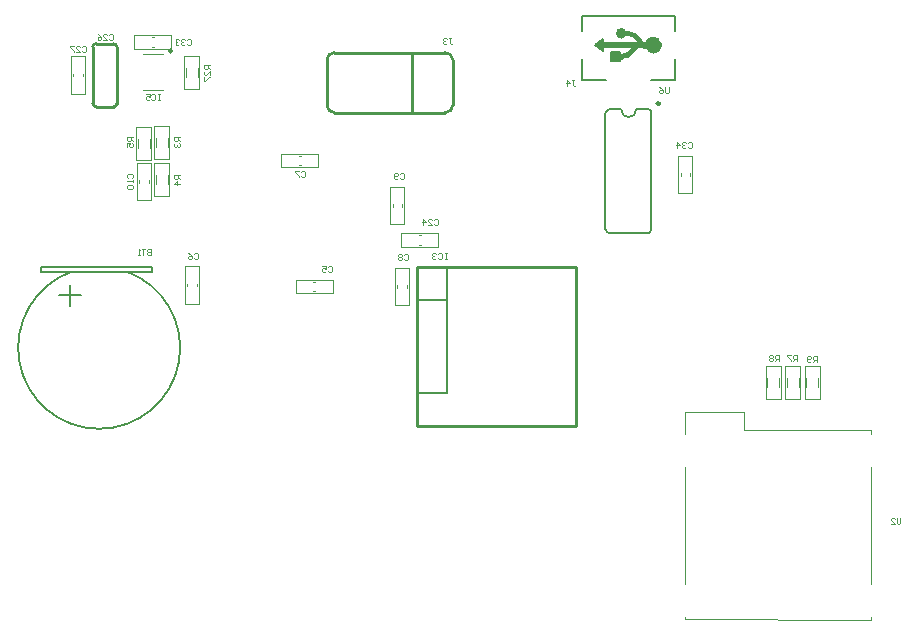
<source format=gbo>
G04*
G04 #@! TF.GenerationSoftware,Altium Limited,Altium Designer,18.1.6 (161)*
G04*
G04 Layer_Color=32896*
%FSLAX25Y25*%
%MOIN*%
G70*
G01*
G75*
%ADD10C,0.01000*%
%ADD11C,0.00984*%
%ADD13C,0.00700*%
%ADD15C,0.00787*%
%ADD19C,0.00500*%
%ADD20C,0.00400*%
%ADD21C,0.00394*%
%ADD96C,0.02000*%
%ADD124C,0.01500*%
%ADD132C,0.03500*%
%ADD133C,0.00800*%
%ADD134C,0.00600*%
G36*
X863931Y465516D02*
X866687Y463547D01*
Y467484D01*
X863931Y465516D01*
D02*
G37*
G36*
X869246Y460102D02*
X872199D01*
X872199Y463055D01*
X869246D01*
Y460102D01*
D02*
G37*
D10*
X703500Y445000D02*
G03*
X704500Y446000I0J1000D01*
G01*
X696500D02*
G03*
X697500Y445000I1000J0D01*
G01*
Y466000D02*
G03*
X696500Y465000I0J-1000D01*
G01*
X704500D02*
G03*
X703500Y466000I-1000J0D01*
G01*
X774500Y445500D02*
G03*
X777000Y443000I2500J0D01*
G01*
Y463000D02*
G03*
X774500Y460500I0J-2500D01*
G01*
X814000Y443000D02*
G03*
X816500Y445500I0J2500D01*
G01*
Y460500D02*
G03*
X814000Y463000I-2500J0D01*
G01*
X885514Y446000D02*
G03*
X885514Y446000I-500J0D01*
G01*
X697500Y445000D02*
X703500D01*
X704500Y446000D02*
Y465000D01*
X696500Y446000D02*
Y465000D01*
X697500Y466000D02*
X703500D01*
X803000Y443000D02*
Y463000D01*
X777000Y443000D02*
X814000D01*
X774500Y445500D02*
Y460500D01*
X777000Y463000D02*
X814000D01*
X816500Y445500D02*
Y460500D01*
X857452Y338531D02*
Y391484D01*
X804500Y338531D02*
Y391484D01*
Y338531D02*
X857452D01*
X804500Y391484D02*
X857452D01*
X804500Y338531D02*
Y349515D01*
D11*
X722898Y463563D02*
G03*
X722898Y463563I-492J0D01*
G01*
D13*
X689365Y389972D02*
G03*
X707834Y389972I9234J-25372D01*
G01*
X685200Y382200D02*
X692600D01*
X689000Y378500D02*
Y385600D01*
X679300Y390000D02*
Y391500D01*
X716300D01*
Y390000D02*
Y391500D01*
X679300Y390000D02*
X716300D01*
D15*
X804500Y349515D02*
X814500D01*
Y391484D01*
X804500Y349515D02*
Y391484D01*
X814500D01*
X804500Y380500D02*
X814500D01*
D19*
X863931Y465516D02*
X866687Y463547D01*
X863931Y465516D02*
X866687Y467484D01*
Y463547D02*
Y467484D01*
X869246Y463055D02*
X872199D01*
X872199Y460102D02*
X872199Y463055D01*
X869246Y460102D02*
X872199D01*
X869246D02*
Y463055D01*
D20*
X722700Y464200D02*
Y468800D01*
X710300Y464200D02*
X722700D01*
X710300D02*
Y468800D01*
X722700D01*
X716100Y468100D02*
X716900D01*
X716100Y464900D02*
X716900D01*
X689200Y461700D02*
X693800D01*
Y449300D02*
Y461700D01*
X689200Y449300D02*
X693800D01*
X689200D02*
Y461700D01*
X689900Y455100D02*
Y455900D01*
X693100Y455100D02*
Y455900D01*
X711200Y413800D02*
X715800D01*
X711200D02*
Y426200D01*
X715800D01*
Y413800D02*
Y426200D01*
X715100Y419600D02*
Y420400D01*
X711900Y419600D02*
Y420400D01*
X759300Y424700D02*
Y429300D01*
X771700D01*
Y424700D02*
Y429300D01*
X759300Y424700D02*
X771700D01*
X765100Y425400D02*
X765900D01*
X765100Y428600D02*
X765900D01*
X805100Y402100D02*
X805900D01*
X805100Y398900D02*
X805900D01*
X799300Y398200D02*
X811700D01*
Y402800D01*
X799300D02*
X811700D01*
X799300Y398200D02*
Y402800D01*
X797900Y384600D02*
Y385400D01*
X801100Y384600D02*
Y385400D01*
X801800Y378800D02*
Y391200D01*
X797200D02*
X801800D01*
X797200Y378800D02*
Y391200D01*
Y378800D02*
X801800D01*
X731101Y385100D02*
Y385900D01*
X727901Y385100D02*
Y385900D01*
X727201Y379300D02*
Y391700D01*
Y379300D02*
X731801D01*
Y391700D01*
X727201D02*
X731801D01*
X796400Y411600D02*
Y412400D01*
X799600Y411600D02*
Y412400D01*
X800300Y405800D02*
Y418200D01*
X795700D02*
X800300D01*
X795700Y405800D02*
Y418200D01*
Y405800D02*
X800300D01*
X769900Y386600D02*
X770700D01*
X769900Y383400D02*
X770700D01*
X764100Y382700D02*
X776500D01*
Y387300D01*
X764100D02*
X776500D01*
X764100Y382700D02*
Y387300D01*
X892400Y421900D02*
Y422700D01*
X895600Y421900D02*
Y422700D01*
X896300Y416100D02*
Y428500D01*
X891700D02*
X896300D01*
X891700Y416100D02*
Y428500D01*
Y416100D02*
X896300D01*
D21*
X713055Y450473D02*
X719945D01*
X713055Y462481D02*
X719945D01*
X727000Y450851D02*
X731999D01*
X727000D02*
Y459851D01*
Y461851D01*
X731999D01*
Y450851D02*
Y461851D01*
X727499Y454851D02*
Y457851D01*
X731499Y454851D02*
Y457851D01*
X717000Y438500D02*
X722000D01*
Y429500D02*
Y438500D01*
Y427500D02*
Y429500D01*
X717000Y427500D02*
X722000D01*
X717000D02*
Y438500D01*
X721500Y431500D02*
Y434500D01*
X717500Y431500D02*
Y434500D01*
X711000Y427351D02*
X716000D01*
X711000D02*
Y436350D01*
Y438350D01*
X716000D01*
Y427351D02*
Y438350D01*
X711500Y431351D02*
Y434350D01*
X715500Y431351D02*
Y434350D01*
X717000Y415203D02*
X722000D01*
X717000D02*
Y424203D01*
Y426203D01*
X722000D01*
Y415203D02*
Y426203D01*
X717500Y419203D02*
Y422203D01*
X721500Y419203D02*
Y422203D01*
X920756Y347500D02*
X925756D01*
X920756D02*
Y356500D01*
Y358500D01*
X925756D01*
Y347500D02*
Y358500D01*
X921256Y351500D02*
Y354500D01*
X925256Y351500D02*
Y354500D01*
X927256Y347500D02*
X932256D01*
X927256D02*
Y356500D01*
Y358500D01*
X932256D01*
Y347500D02*
Y358500D01*
X927756Y351500D02*
Y354500D01*
X931756Y351500D02*
Y354500D01*
X933756Y347500D02*
X938756D01*
X933756D02*
Y356500D01*
Y358500D01*
X938756D01*
Y347500D02*
Y358500D01*
X934256Y351500D02*
Y354500D01*
X938256Y351500D02*
Y354500D01*
X955996Y335984D02*
Y337165D01*
X913476D02*
X955996D01*
X913476D02*
Y343071D01*
X893791D02*
X913476D01*
X893791Y335984D02*
Y343071D01*
Y285984D02*
Y324961D01*
Y274173D02*
Y274961D01*
Y274173D02*
X955996Y273780D01*
Y274961D01*
Y285984D02*
Y324961D01*
X815288Y467868D02*
X815944D01*
X815616D01*
Y466228D01*
X815944Y465900D01*
X816272D01*
X816600Y466228D01*
X814632Y467540D02*
X814304Y467868D01*
X813648D01*
X813320Y467540D01*
Y467212D01*
X813648Y466884D01*
X813976D01*
X813648D01*
X813320Y466556D01*
Y466228D01*
X813648Y465900D01*
X814304D01*
X814632Y466228D01*
X888400Y451368D02*
Y449728D01*
X888072Y449400D01*
X887416D01*
X887088Y449728D01*
Y451368D01*
X885120D02*
X885776Y451040D01*
X886432Y450384D01*
Y449728D01*
X886104Y449400D01*
X885448D01*
X885120Y449728D01*
Y450056D01*
X885448Y450384D01*
X886432D01*
X965700Y307968D02*
Y306328D01*
X965372Y306000D01*
X964716D01*
X964388Y306328D01*
Y307968D01*
X962420Y306000D02*
X963732D01*
X962420Y307312D01*
Y307640D01*
X962748Y307968D01*
X963404D01*
X963732Y307640D01*
X735400Y458800D02*
X733432D01*
Y457816D01*
X733760Y457488D01*
X734416D01*
X734744Y457816D01*
Y458800D01*
Y458144D02*
X735400Y457488D01*
Y455520D02*
Y456832D01*
X734088Y455520D01*
X733760D01*
X733432Y455848D01*
Y456504D01*
X733760Y456832D01*
X733432Y454864D02*
Y453552D01*
X733760D01*
X735072Y454864D01*
X735400D01*
X937800Y360000D02*
Y361968D01*
X936816D01*
X936488Y361640D01*
Y360984D01*
X936816Y360656D01*
X937800D01*
X937144D02*
X936488Y360000D01*
X935832Y360328D02*
X935504Y360000D01*
X934848D01*
X934520Y360328D01*
Y361640D01*
X934848Y361968D01*
X935504D01*
X935832Y361640D01*
Y361312D01*
X935504Y360984D01*
X934520D01*
X925100Y360100D02*
Y362068D01*
X924116D01*
X923788Y361740D01*
Y361084D01*
X924116Y360756D01*
X925100D01*
X924444D02*
X923788Y360100D01*
X923132Y361740D02*
X922804Y362068D01*
X922148D01*
X921820Y361740D01*
Y361412D01*
X922148Y361084D01*
X921820Y360756D01*
Y360428D01*
X922148Y360100D01*
X922804D01*
X923132Y360428D01*
Y360756D01*
X922804Y361084D01*
X923132Y361412D01*
Y361740D01*
X922804Y361084D02*
X922148D01*
X931300Y360100D02*
Y362068D01*
X930316D01*
X929988Y361740D01*
Y361084D01*
X930316Y360756D01*
X931300D01*
X930644D02*
X929988Y360100D01*
X929332Y362068D02*
X928020D01*
Y361740D01*
X929332Y360428D01*
Y360100D01*
X709800Y434900D02*
X707832D01*
Y433916D01*
X708160Y433588D01*
X708816D01*
X709144Y433916D01*
Y434900D01*
Y434244D02*
X709800Y433588D01*
X707832Y431620D02*
Y432932D01*
X708816D01*
X708488Y432276D01*
Y431948D01*
X708816Y431620D01*
X709472D01*
X709800Y431948D01*
Y432604D01*
X709472Y432932D01*
X725500Y422203D02*
X723532D01*
Y421219D01*
X723860Y420891D01*
X724516D01*
X724844Y421219D01*
Y422203D01*
Y421547D02*
X725500Y420891D01*
Y419251D02*
X723532D01*
X724516Y420235D01*
Y418923D01*
X725400Y434800D02*
X723432D01*
Y433816D01*
X723760Y433488D01*
X724416D01*
X724744Y433816D01*
Y434800D01*
Y434144D02*
X725400Y433488D01*
X723760Y432832D02*
X723432Y432504D01*
Y431848D01*
X723760Y431520D01*
X724088D01*
X724416Y431848D01*
Y432176D01*
Y431848D01*
X724744Y431520D01*
X725072D01*
X725400Y431848D01*
Y432504D01*
X725072Y432832D01*
X856188Y453968D02*
X856844D01*
X856516D01*
Y452328D01*
X856844Y452000D01*
X857172D01*
X857500Y452328D01*
X854548Y452000D02*
Y453968D01*
X855532Y452984D01*
X854220D01*
X719000Y449168D02*
X718344D01*
X718672D01*
Y447200D01*
X719000D01*
X718344D01*
X716048Y448840D02*
X716376Y449168D01*
X717032D01*
X717360Y448840D01*
Y447528D01*
X717032Y447200D01*
X716376D01*
X716048Y447528D01*
X714080Y449168D02*
X715392D01*
Y448184D01*
X714736Y448512D01*
X714408D01*
X714080Y448184D01*
Y447528D01*
X714408Y447200D01*
X715064D01*
X715392Y447528D01*
X814500Y396268D02*
X813844D01*
X814172D01*
Y394300D01*
X814500D01*
X813844D01*
X811548Y395940D02*
X811876Y396268D01*
X812532D01*
X812860Y395940D01*
Y394628D01*
X812532Y394300D01*
X811876D01*
X811548Y394628D01*
X810892Y395940D02*
X810564Y396268D01*
X809908D01*
X809580Y395940D01*
Y395612D01*
X809908Y395284D01*
X810236D01*
X809908D01*
X809580Y394956D01*
Y394628D01*
X809908Y394300D01*
X810564D01*
X810892Y394628D01*
X894788Y432740D02*
X895116Y433068D01*
X895772D01*
X896100Y432740D01*
Y431428D01*
X895772Y431100D01*
X895116D01*
X894788Y431428D01*
X894132Y432740D02*
X893804Y433068D01*
X893148D01*
X892820Y432740D01*
Y432412D01*
X893148Y432084D01*
X893476D01*
X893148D01*
X892820Y431756D01*
Y431428D01*
X893148Y431100D01*
X893804D01*
X894132Y431428D01*
X891180Y431100D02*
Y433068D01*
X892164Y432084D01*
X890852D01*
X727988Y467240D02*
X728316Y467568D01*
X728972D01*
X729300Y467240D01*
Y465928D01*
X728972Y465600D01*
X728316D01*
X727988Y465928D01*
X727332Y467240D02*
X727004Y467568D01*
X726348D01*
X726020Y467240D01*
Y466912D01*
X726348Y466584D01*
X726676D01*
X726348D01*
X726020Y466256D01*
Y465928D01*
X726348Y465600D01*
X727004D01*
X727332Y465928D01*
X725364Y467240D02*
X725036Y467568D01*
X724380D01*
X724052Y467240D01*
Y466912D01*
X724380Y466584D01*
X724708D01*
X724380D01*
X724052Y466256D01*
Y465928D01*
X724380Y465600D01*
X725036D01*
X725364Y465928D01*
X692788Y464940D02*
X693116Y465268D01*
X693772D01*
X694100Y464940D01*
Y463628D01*
X693772Y463300D01*
X693116D01*
X692788Y463628D01*
X690820Y463300D02*
X692132D01*
X690820Y464612D01*
Y464940D01*
X691148Y465268D01*
X691804D01*
X692132Y464940D01*
X690164Y465268D02*
X688852D01*
Y464940D01*
X690164Y463628D01*
Y463300D01*
X701988Y468940D02*
X702316Y469268D01*
X702972D01*
X703300Y468940D01*
Y467628D01*
X702972Y467300D01*
X702316D01*
X701988Y467628D01*
X700020Y467300D02*
X701332D01*
X700020Y468612D01*
Y468940D01*
X700348Y469268D01*
X701004D01*
X701332Y468940D01*
X698052Y469268D02*
X698708Y468940D01*
X699364Y468284D01*
Y467628D01*
X699036Y467300D01*
X698380D01*
X698052Y467628D01*
Y467956D01*
X698380Y468284D01*
X699364D01*
X810188Y407040D02*
X810516Y407368D01*
X811172D01*
X811500Y407040D01*
Y405728D01*
X811172Y405400D01*
X810516D01*
X810188Y405728D01*
X808220Y405400D02*
X809532D01*
X808220Y406712D01*
Y407040D01*
X808548Y407368D01*
X809204D01*
X809532Y407040D01*
X806580Y405400D02*
Y407368D01*
X807564Y406384D01*
X806252D01*
X708160Y421288D02*
X707832Y421616D01*
Y422272D01*
X708160Y422600D01*
X709472D01*
X709800Y422272D01*
Y421616D01*
X709472Y421288D01*
X709800Y420632D02*
Y419976D01*
Y420304D01*
X707832D01*
X708160Y420632D01*
Y418992D02*
X707832Y418664D01*
Y418008D01*
X708160Y417680D01*
X709472D01*
X709800Y418008D01*
Y418664D01*
X709472Y418992D01*
X708160D01*
X798788Y422440D02*
X799116Y422768D01*
X799772D01*
X800100Y422440D01*
Y421128D01*
X799772Y420800D01*
X799116D01*
X798788Y421128D01*
X798132D02*
X797804Y420800D01*
X797148D01*
X796820Y421128D01*
Y422440D01*
X797148Y422768D01*
X797804D01*
X798132Y422440D01*
Y422112D01*
X797804Y421784D01*
X796820D01*
X800288Y395440D02*
X800616Y395768D01*
X801272D01*
X801600Y395440D01*
Y394128D01*
X801272Y393800D01*
X800616D01*
X800288Y394128D01*
X799632Y395440D02*
X799304Y395768D01*
X798648D01*
X798320Y395440D01*
Y395112D01*
X798648Y394784D01*
X798320Y394456D01*
Y394128D01*
X798648Y393800D01*
X799304D01*
X799632Y394128D01*
Y394456D01*
X799304Y394784D01*
X799632Y395112D01*
Y395440D01*
X799304Y394784D02*
X798648D01*
X765888Y423040D02*
X766216Y423368D01*
X766872D01*
X767200Y423040D01*
Y421728D01*
X766872Y421400D01*
X766216D01*
X765888Y421728D01*
X765232Y423368D02*
X763920D01*
Y423040D01*
X765232Y421728D01*
Y421400D01*
X730289Y395940D02*
X730617Y396268D01*
X731273D01*
X731601Y395940D01*
Y394628D01*
X731273Y394300D01*
X730617D01*
X730289Y394628D01*
X728321Y396268D02*
X728977Y395940D01*
X729633Y395284D01*
Y394628D01*
X729305Y394300D01*
X728649D01*
X728321Y394628D01*
Y394956D01*
X728649Y395284D01*
X729633D01*
X774988Y391540D02*
X775316Y391868D01*
X775972D01*
X776300Y391540D01*
Y390228D01*
X775972Y389900D01*
X775316D01*
X774988Y390228D01*
X773020Y391868D02*
X774332D01*
Y390884D01*
X773676Y391212D01*
X773348D01*
X773020Y390884D01*
Y390228D01*
X773348Y389900D01*
X774004D01*
X774332Y390228D01*
X716000Y397368D02*
Y395400D01*
X715016D01*
X714688Y395728D01*
Y396056D01*
X715016Y396384D01*
X716000D01*
X715016D01*
X714688Y396712D01*
Y397040D01*
X715016Y397368D01*
X716000D01*
X714032D02*
X712720D01*
X713376D01*
Y395400D01*
X712064D02*
X711408D01*
X711736D01*
Y397368D01*
X712064Y397040D01*
D96*
X873380Y469437D02*
G03*
X873380Y469437I-787J0D01*
G01*
X865699Y465516D02*
X883199D01*
D124*
X876796Y468699D02*
G03*
X875014Y469437I-1783J-1783D01*
G01*
X872683Y461579D02*
G03*
X874466Y462317I0J2521D01*
G01*
X872699Y469437D02*
X875014D01*
X870699Y461579D02*
X872683D01*
X876796Y468699D02*
X880233Y465262D01*
X874466Y462317D02*
X877418Y465270D01*
D132*
X884356Y465516D02*
G03*
X884356Y465516I-1000J0D01*
G01*
D133*
X872614Y444000D02*
G03*
X877614Y444000I2500J0D01*
G01*
X882675Y442691D02*
G03*
X881579Y444199I-1302J206D01*
G01*
X867351Y404300D02*
G03*
X868851Y402800I1500J0D01*
G01*
X869256Y444199D02*
G03*
X867352Y442712I-208J-1695D01*
G01*
X881167Y402802D02*
G03*
X882675Y403897I206J1302D01*
G01*
X877614Y444200D02*
X881570D01*
X869295D02*
X872614D01*
X868851Y402800D02*
X881176D01*
X882676Y403906D02*
Y442700D01*
X867351Y404300D02*
Y442700D01*
D134*
X859449Y453716D02*
Y460796D01*
Y453716D02*
X867449Y453716D01*
X890449Y460796D02*
X890449Y453816D01*
X882449D02*
X890449D01*
X890449Y470300D02*
Y475316D01*
X859449D02*
X890449D01*
X859449Y470300D02*
Y475316D01*
M02*

</source>
